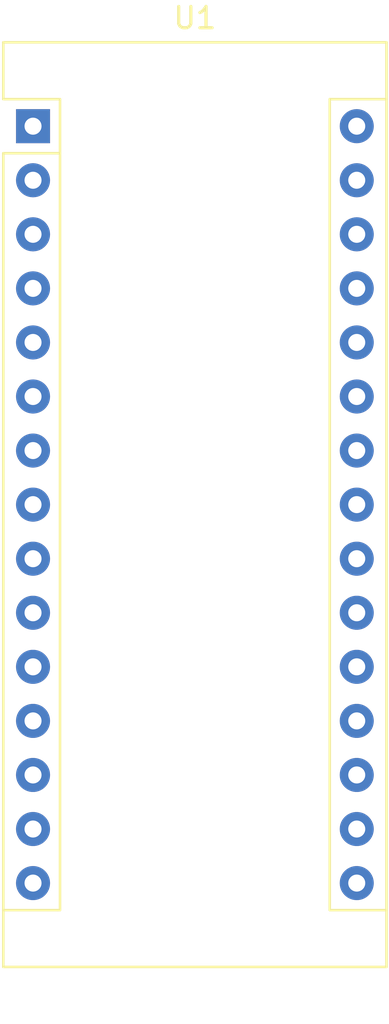
<source format=kicad_pcb>
(kicad_pcb (version 4) (host pcbnew 4.0.6+dfsg1-1)

  (general
    (links 0)
    (no_connects 0)
    (area 0 0 0 0)
    (thickness 1.6)
    (drawings 0)
    (tracks 0)
    (zones 0)
    (modules 1)
    (nets 31)
  )

  (page A4)
  (layers
    (0 F.Cu signal)
    (31 B.Cu signal)
    (32 B.Adhes user)
    (33 F.Adhes user)
    (34 B.Paste user)
    (35 F.Paste user)
    (36 B.SilkS user)
    (37 F.SilkS user)
    (38 B.Mask user)
    (39 F.Mask user)
    (40 Dwgs.User user)
    (41 Cmts.User user)
    (42 Eco1.User user)
    (43 Eco2.User user)
    (44 Edge.Cuts user)
    (45 Margin user)
    (46 B.CrtYd user)
    (47 F.CrtYd user)
    (48 B.Fab user)
    (49 F.Fab user)
  )

  (setup
    (last_trace_width 0.25)
    (trace_clearance 0.2)
    (zone_clearance 0.508)
    (zone_45_only no)
    (trace_min 0.2)
    (segment_width 0.2)
    (edge_width 0.15)
    (via_size 0.6)
    (via_drill 0.4)
    (via_min_size 0.4)
    (via_min_drill 0.3)
    (uvia_size 0.3)
    (uvia_drill 0.1)
    (uvias_allowed no)
    (uvia_min_size 0.2)
    (uvia_min_drill 0.1)
    (pcb_text_width 0.3)
    (pcb_text_size 1.5 1.5)
    (mod_edge_width 0.15)
    (mod_text_size 1 1)
    (mod_text_width 0.15)
    (pad_size 1.524 1.524)
    (pad_drill 0.762)
    (pad_to_mask_clearance 0.2)
    (aux_axis_origin 0 0)
    (visible_elements FFFFFF7F)
    (pcbplotparams
      (layerselection 0x00030_80000001)
      (usegerberextensions false)
      (excludeedgelayer true)
      (linewidth 0.100000)
      (plotframeref false)
      (viasonmask false)
      (mode 1)
      (useauxorigin false)
      (hpglpennumber 1)
      (hpglpenspeed 20)
      (hpglpendiameter 15)
      (hpglpenoverlay 2)
      (psnegative false)
      (psa4output false)
      (plotreference true)
      (plotvalue true)
      (plotinvisibletext false)
      (padsonsilk false)
      (subtractmaskfromsilk false)
      (outputformat 1)
      (mirror false)
      (drillshape 1)
      (scaleselection 1)
      (outputdirectory ""))
  )

  (net 0 "")
  (net 1 "Net-(U1-Pad1)")
  (net 2 "Net-(U1-Pad17)")
  (net 3 "Net-(U1-Pad2)")
  (net 4 "Net-(U1-Pad18)")
  (net 5 "Net-(U1-Pad3)")
  (net 6 GND)
  (net 7 "Net-(U1-Pad4)")
  (net 8 "Net-(U1-Pad20)")
  (net 9 "Net-(U1-Pad5)")
  (net 10 "Net-(U1-Pad21)")
  (net 11 "Net-(U1-Pad6)")
  (net 12 "Net-(U1-Pad22)")
  (net 13 "Net-(U1-Pad7)")
  (net 14 "Net-(U1-Pad23)")
  (net 15 "Net-(U1-Pad8)")
  (net 16 "Net-(U1-Pad24)")
  (net 17 "Net-(U1-Pad9)")
  (net 18 "Net-(U1-Pad25)")
  (net 19 "Net-(U1-Pad10)")
  (net 20 "Net-(U1-Pad26)")
  (net 21 "Net-(U1-Pad11)")
  (net 22 "Net-(U1-Pad27)")
  (net 23 "Net-(U1-Pad12)")
  (net 24 "Net-(U1-Pad28)")
  (net 25 "Net-(U1-Pad13)")
  (net 26 "Net-(U1-Pad29)")
  (net 27 "Net-(U1-Pad14)")
  (net 28 "Net-(U1-Pad30)")
  (net 29 "Net-(U1-Pad15)")
  (net 30 "Net-(U1-Pad16)")

  (net_class Default "Dies ist die voreingestellte Netzklasse."
    (clearance 0.2)
    (trace_width 0.25)
    (via_dia 0.6)
    (via_drill 0.4)
    (uvia_dia 0.3)
    (uvia_drill 0.1)
    (add_net GND)
    (add_net "Net-(U1-Pad1)")
    (add_net "Net-(U1-Pad10)")
    (add_net "Net-(U1-Pad11)")
    (add_net "Net-(U1-Pad12)")
    (add_net "Net-(U1-Pad13)")
    (add_net "Net-(U1-Pad14)")
    (add_net "Net-(U1-Pad15)")
    (add_net "Net-(U1-Pad16)")
    (add_net "Net-(U1-Pad17)")
    (add_net "Net-(U1-Pad18)")
    (add_net "Net-(U1-Pad2)")
    (add_net "Net-(U1-Pad20)")
    (add_net "Net-(U1-Pad21)")
    (add_net "Net-(U1-Pad22)")
    (add_net "Net-(U1-Pad23)")
    (add_net "Net-(U1-Pad24)")
    (add_net "Net-(U1-Pad25)")
    (add_net "Net-(U1-Pad26)")
    (add_net "Net-(U1-Pad27)")
    (add_net "Net-(U1-Pad28)")
    (add_net "Net-(U1-Pad29)")
    (add_net "Net-(U1-Pad3)")
    (add_net "Net-(U1-Pad30)")
    (add_net "Net-(U1-Pad4)")
    (add_net "Net-(U1-Pad5)")
    (add_net "Net-(U1-Pad6)")
    (add_net "Net-(U1-Pad7)")
    (add_net "Net-(U1-Pad8)")
    (add_net "Net-(U1-Pad9)")
  )

  (module Modules:Arduino_Nano (layer F.Cu) (tedit 58ACAF70) (tstamp 5A004BFC)
    (at 121.92 58.42)
    (descr "Arduino Nano, http://www.mouser.com/pdfdocs/Gravitech_Arduino_Nano3_0.pdf")
    (tags "Arduino Nano")
    (path /5A0047F0)
    (fp_text reference U1 (at 7.62 -5.08) (layer F.SilkS)
      (effects (font (size 1 1) (thickness 0.15)))
    )
    (fp_text value arduino_mini (at 8.89 19.05 90) (layer F.Fab)
      (effects (font (size 1 1) (thickness 0.15)))
    )
    (fp_text user %R (at 6.35 19.05 90) (layer F.Fab)
      (effects (font (size 1 1) (thickness 0.15)))
    )
    (fp_line (start 1.27 1.27) (end 1.27 -1.27) (layer F.SilkS) (width 0.12))
    (fp_line (start 1.27 -1.27) (end -1.4 -1.27) (layer F.SilkS) (width 0.12))
    (fp_line (start -1.4 1.27) (end -1.4 39.5) (layer F.SilkS) (width 0.12))
    (fp_line (start -1.4 -3.94) (end -1.4 -1.27) (layer F.SilkS) (width 0.12))
    (fp_line (start 13.97 -1.27) (end 16.64 -1.27) (layer F.SilkS) (width 0.12))
    (fp_line (start 13.97 -1.27) (end 13.97 36.83) (layer F.SilkS) (width 0.12))
    (fp_line (start 13.97 36.83) (end 16.64 36.83) (layer F.SilkS) (width 0.12))
    (fp_line (start 1.27 1.27) (end -1.4 1.27) (layer F.SilkS) (width 0.12))
    (fp_line (start 1.27 1.27) (end 1.27 36.83) (layer F.SilkS) (width 0.12))
    (fp_line (start 1.27 36.83) (end -1.4 36.83) (layer F.SilkS) (width 0.12))
    (fp_line (start 3.81 31.75) (end 11.43 31.75) (layer F.Fab) (width 0.1))
    (fp_line (start 11.43 31.75) (end 11.43 41.91) (layer F.Fab) (width 0.1))
    (fp_line (start 11.43 41.91) (end 3.81 41.91) (layer F.Fab) (width 0.1))
    (fp_line (start 3.81 41.91) (end 3.81 31.75) (layer F.Fab) (width 0.1))
    (fp_line (start -1.4 39.5) (end 16.64 39.5) (layer F.SilkS) (width 0.12))
    (fp_line (start 16.64 39.5) (end 16.64 -3.94) (layer F.SilkS) (width 0.12))
    (fp_line (start 16.64 -3.94) (end -1.4 -3.94) (layer F.SilkS) (width 0.12))
    (fp_line (start 16.51 39.37) (end -1.27 39.37) (layer F.Fab) (width 0.1))
    (fp_line (start -1.27 39.37) (end -1.27 -2.54) (layer F.Fab) (width 0.1))
    (fp_line (start -1.27 -2.54) (end 0 -3.81) (layer F.Fab) (width 0.1))
    (fp_line (start 0 -3.81) (end 16.51 -3.81) (layer F.Fab) (width 0.1))
    (fp_line (start 16.51 -3.81) (end 16.51 39.37) (layer F.Fab) (width 0.1))
    (fp_line (start -1.53 -4.06) (end 16.75 -4.06) (layer F.CrtYd) (width 0.05))
    (fp_line (start -1.53 -4.06) (end -1.53 42.16) (layer F.CrtYd) (width 0.05))
    (fp_line (start 16.75 42.16) (end 16.75 -4.06) (layer F.CrtYd) (width 0.05))
    (fp_line (start 16.75 42.16) (end -1.53 42.16) (layer F.CrtYd) (width 0.05))
    (pad 1 thru_hole rect (at 0 0) (size 1.6 1.6) (drill 0.8) (layers *.Cu *.Mask)
      (net 1 "Net-(U1-Pad1)"))
    (pad 17 thru_hole oval (at 15.24 33.02) (size 1.6 1.6) (drill 0.8) (layers *.Cu *.Mask)
      (net 2 "Net-(U1-Pad17)"))
    (pad 2 thru_hole oval (at 0 2.54) (size 1.6 1.6) (drill 0.8) (layers *.Cu *.Mask)
      (net 3 "Net-(U1-Pad2)"))
    (pad 18 thru_hole oval (at 15.24 30.48) (size 1.6 1.6) (drill 0.8) (layers *.Cu *.Mask)
      (net 4 "Net-(U1-Pad18)"))
    (pad 3 thru_hole oval (at 0 5.08) (size 1.6 1.6) (drill 0.8) (layers *.Cu *.Mask)
      (net 5 "Net-(U1-Pad3)"))
    (pad 19 thru_hole oval (at 15.24 27.94) (size 1.6 1.6) (drill 0.8) (layers *.Cu *.Mask)
      (net 6 GND))
    (pad 4 thru_hole oval (at 0 7.62) (size 1.6 1.6) (drill 0.8) (layers *.Cu *.Mask)
      (net 7 "Net-(U1-Pad4)"))
    (pad 20 thru_hole oval (at 15.24 25.4) (size 1.6 1.6) (drill 0.8) (layers *.Cu *.Mask)
      (net 8 "Net-(U1-Pad20)"))
    (pad 5 thru_hole oval (at 0 10.16) (size 1.6 1.6) (drill 0.8) (layers *.Cu *.Mask)
      (net 9 "Net-(U1-Pad5)"))
    (pad 21 thru_hole oval (at 15.24 22.86) (size 1.6 1.6) (drill 0.8) (layers *.Cu *.Mask)
      (net 10 "Net-(U1-Pad21)"))
    (pad 6 thru_hole oval (at 0 12.7) (size 1.6 1.6) (drill 0.8) (layers *.Cu *.Mask)
      (net 11 "Net-(U1-Pad6)"))
    (pad 22 thru_hole oval (at 15.24 20.32) (size 1.6 1.6) (drill 0.8) (layers *.Cu *.Mask)
      (net 12 "Net-(U1-Pad22)"))
    (pad 7 thru_hole oval (at 0 15.24) (size 1.6 1.6) (drill 0.8) (layers *.Cu *.Mask)
      (net 13 "Net-(U1-Pad7)"))
    (pad 23 thru_hole oval (at 15.24 17.78) (size 1.6 1.6) (drill 0.8) (layers *.Cu *.Mask)
      (net 14 "Net-(U1-Pad23)"))
    (pad 8 thru_hole oval (at 0 17.78) (size 1.6 1.6) (drill 0.8) (layers *.Cu *.Mask)
      (net 15 "Net-(U1-Pad8)"))
    (pad 24 thru_hole oval (at 15.24 15.24) (size 1.6 1.6) (drill 0.8) (layers *.Cu *.Mask)
      (net 16 "Net-(U1-Pad24)"))
    (pad 9 thru_hole oval (at 0 20.32) (size 1.6 1.6) (drill 0.8) (layers *.Cu *.Mask)
      (net 17 "Net-(U1-Pad9)"))
    (pad 25 thru_hole oval (at 15.24 12.7) (size 1.6 1.6) (drill 0.8) (layers *.Cu *.Mask)
      (net 18 "Net-(U1-Pad25)"))
    (pad 10 thru_hole oval (at 0 22.86) (size 1.6 1.6) (drill 0.8) (layers *.Cu *.Mask)
      (net 19 "Net-(U1-Pad10)"))
    (pad 26 thru_hole oval (at 15.24 10.16) (size 1.6 1.6) (drill 0.8) (layers *.Cu *.Mask)
      (net 20 "Net-(U1-Pad26)"))
    (pad 11 thru_hole oval (at 0 25.4) (size 1.6 1.6) (drill 0.8) (layers *.Cu *.Mask)
      (net 21 "Net-(U1-Pad11)"))
    (pad 27 thru_hole oval (at 15.24 7.62) (size 1.6 1.6) (drill 0.8) (layers *.Cu *.Mask)
      (net 22 "Net-(U1-Pad27)"))
    (pad 12 thru_hole oval (at 0 27.94) (size 1.6 1.6) (drill 0.8) (layers *.Cu *.Mask)
      (net 23 "Net-(U1-Pad12)"))
    (pad 28 thru_hole oval (at 15.24 5.08) (size 1.6 1.6) (drill 0.8) (layers *.Cu *.Mask)
      (net 24 "Net-(U1-Pad28)"))
    (pad 13 thru_hole oval (at 0 30.48) (size 1.6 1.6) (drill 0.8) (layers *.Cu *.Mask)
      (net 25 "Net-(U1-Pad13)"))
    (pad 29 thru_hole oval (at 15.24 2.54) (size 1.6 1.6) (drill 0.8) (layers *.Cu *.Mask)
      (net 26 "Net-(U1-Pad29)"))
    (pad 14 thru_hole oval (at 0 33.02) (size 1.6 1.6) (drill 0.8) (layers *.Cu *.Mask)
      (net 27 "Net-(U1-Pad14)"))
    (pad 30 thru_hole oval (at 15.24 0) (size 1.6 1.6) (drill 0.8) (layers *.Cu *.Mask)
      (net 28 "Net-(U1-Pad30)"))
    (pad 15 thru_hole oval (at 0 35.56) (size 1.6 1.6) (drill 0.8) (layers *.Cu *.Mask)
      (net 29 "Net-(U1-Pad15)"))
    (pad 16 thru_hole oval (at 15.24 35.56) (size 1.6 1.6) (drill 0.8) (layers *.Cu *.Mask)
      (net 30 "Net-(U1-Pad16)"))
  )

)

</source>
